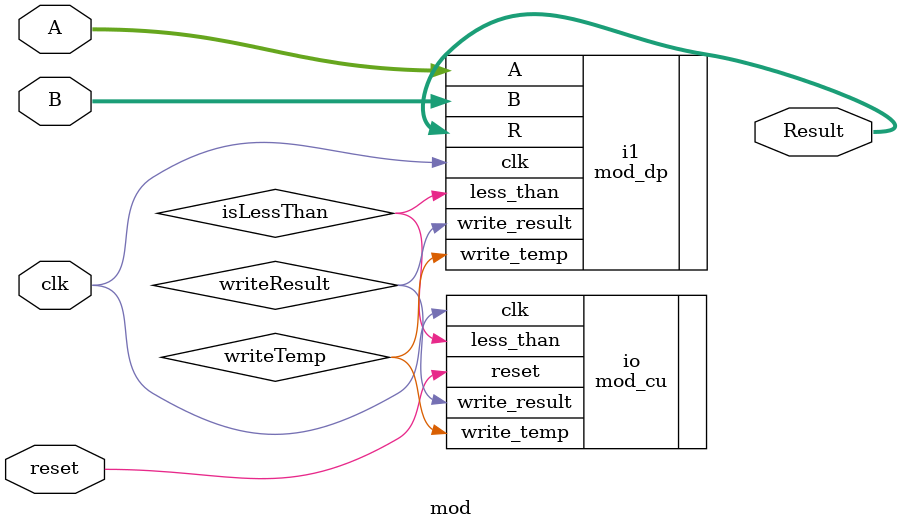
<source format=v>
module mod(
	input [31:0] A,
	input [31:0] B,
	input clk,
	input reset,
	output [31:0] Result
);

	wire isLessThan, writeTemp, writeResult;
	
	mod_cu io(.reset(reset), .clk(clk), .less_than(isLessThan), .write_temp(writeTemp), .write_result(writeResult));
	mod_dp i1(.clk(clk), .A(A), .B(B), .write_temp(writeTemp), .write_result(writeResult), .less_than(isLessThan), .R(Result));



endmodule

</source>
